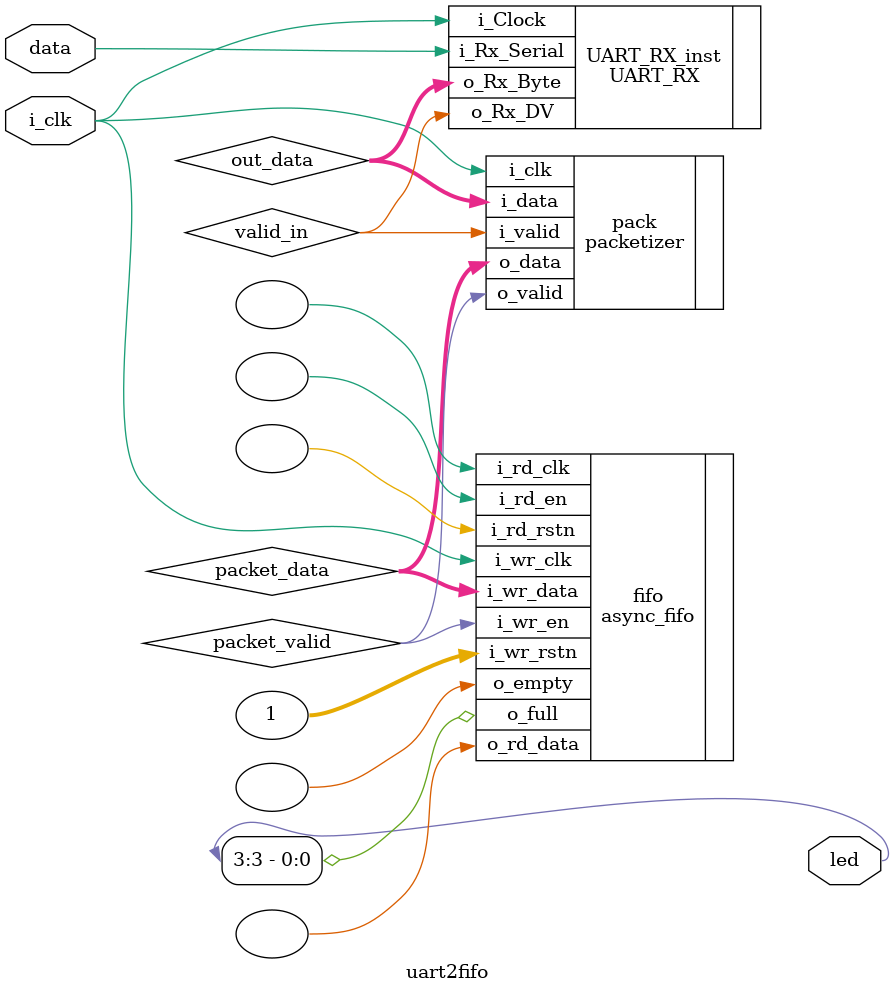
<source format=v>
module uart2fifo (
    input i_clk,
    input data,
    output [3:0] led
);
    localparam DEPTH = 8;
    localparam DATA_WIDTH = 16;

    wire valid_in, packet_valid;
    wire [7:0] out_data, packet_data;
    
    UART_RX 
        UART_RX_inst (
        .i_Clock (i_clk),
        .i_Rx_Serial (data),
        .o_Rx_DV (valid_in),
        .o_Rx_Byte (out_data)
        );


    packetizer
        pack(
        .i_clk(i_clk),
        .i_valid(valid_in),
        .i_data(out_data),
        .o_data(packet_data),
        .o_valid(packet_valid)
        );

    
    async_fifo #(
        .DEPTH(DEPTH),
        .DATA_WIDTH(DATA_WIDTH)
    ) fifo (
        .i_wr_clk  (i_clk),
        .i_wr_rstn (1),
        .i_wr_en   (packet_valid),
        .i_wr_data (packet_data),
        .o_full    (led[3]),

        .i_rd_clk  (),
        .i_rd_rstn (),
        .i_rd_en   (),
        .o_rd_data (),
        .o_empty   ()
    );
endmodule //uart2fifo










</source>
